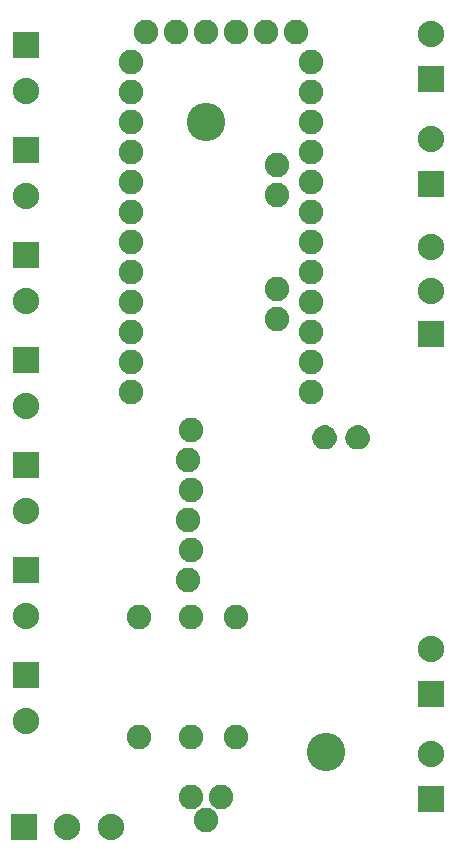
<source format=gbs>
G75*
%MOIN*%
%OFA0B0*%
%FSLAX24Y24*%
%IPPOS*%
%LPD*%
%AMOC8*
5,1,8,0,0,1.08239X$1,22.5*
%
%ADD10C,0.1280*%
%ADD11R,0.0880X0.0880*%
%ADD12C,0.0880*%
%ADD13C,0.0820*%
%ADD14C,0.0050*%
D10*
X011567Y004067D03*
X007567Y025067D03*
D11*
X001487Y001557D03*
X001557Y006627D03*
X001557Y010127D03*
X001557Y013627D03*
X001557Y017127D03*
X001557Y020627D03*
X001557Y024127D03*
X001557Y027627D03*
X015057Y026487D03*
X015057Y022987D03*
X015057Y017987D03*
X015057Y005987D03*
X015057Y002487D03*
D12*
X015057Y004005D03*
X015057Y007505D03*
X015057Y019435D03*
X015057Y020883D03*
X015057Y024505D03*
X015057Y028005D03*
X001557Y026109D03*
X001557Y022609D03*
X001557Y019109D03*
X001557Y015609D03*
X001557Y012109D03*
X001557Y008609D03*
X001557Y005109D03*
X002935Y001557D03*
X004383Y001557D03*
D13*
X005307Y004557D03*
X007057Y004557D03*
X007057Y002557D03*
X007557Y001807D03*
X008057Y002557D03*
X008557Y004557D03*
X008557Y008557D03*
X007057Y008557D03*
X006947Y009807D03*
X007047Y010807D03*
X006947Y011807D03*
X007047Y012807D03*
X006947Y013807D03*
X007047Y014807D03*
X005057Y016057D03*
X005057Y017057D03*
X005057Y018057D03*
X005057Y019057D03*
X005057Y020057D03*
X005057Y021057D03*
X005057Y022057D03*
X005057Y023057D03*
X005057Y024057D03*
X005057Y025057D03*
X005057Y026057D03*
X005057Y027057D03*
X005557Y028057D03*
X006557Y028057D03*
X007557Y028057D03*
X008557Y028057D03*
X009557Y028057D03*
X010557Y028057D03*
X011057Y027057D03*
X011057Y026057D03*
X011057Y025057D03*
X011057Y024057D03*
X011057Y023057D03*
X011057Y022057D03*
X011057Y021057D03*
X011057Y020057D03*
X011057Y019057D03*
X011057Y018057D03*
X011057Y017057D03*
X011057Y016057D03*
X009932Y018495D03*
X009932Y019495D03*
X009932Y022620D03*
X009932Y023620D03*
X005307Y008557D03*
D14*
X011137Y014478D02*
X011129Y014550D01*
X011134Y014616D01*
X011151Y014680D01*
X011178Y014741D01*
X011215Y014795D01*
X011261Y014843D01*
X011315Y014881D01*
X011375Y014910D01*
X011439Y014928D01*
X011504Y014934D01*
X011570Y014928D01*
X011634Y014910D01*
X011693Y014881D01*
X011747Y014842D01*
X011793Y014795D01*
X011830Y014740D01*
X011857Y014679D01*
X011874Y014615D01*
X011878Y014549D01*
X011870Y014477D01*
X011849Y014408D01*
X011814Y014345D01*
X011767Y014290D01*
X011711Y014244D01*
X011647Y014211D01*
X011577Y014191D01*
X011505Y014184D01*
X011433Y014190D01*
X011363Y014211D01*
X011298Y014244D01*
X011242Y014289D01*
X011195Y014345D01*
X011160Y014409D01*
X011137Y014478D01*
X011141Y014465D02*
X011867Y014465D01*
X011874Y014514D02*
X011133Y014514D01*
X011130Y014562D02*
X011877Y014562D01*
X011874Y014611D02*
X011134Y014611D01*
X011145Y014659D02*
X011862Y014659D01*
X011845Y014708D02*
X011163Y014708D01*
X011189Y014756D02*
X011819Y014756D01*
X011783Y014805D02*
X011225Y014805D01*
X011276Y014853D02*
X011731Y014853D01*
X011650Y014902D02*
X011358Y014902D01*
X011157Y014417D02*
X011851Y014417D01*
X011827Y014368D02*
X011182Y014368D01*
X011216Y014320D02*
X011793Y014320D01*
X011745Y014271D02*
X011264Y014271D01*
X011339Y014223D02*
X011670Y014223D01*
X012262Y014409D02*
X012239Y014478D01*
X012231Y014550D01*
X012236Y014616D01*
X012253Y014680D01*
X012280Y014741D01*
X012317Y014795D01*
X012363Y014843D01*
X012417Y014881D01*
X012477Y014910D01*
X012541Y014928D01*
X012606Y014934D01*
X012672Y014928D01*
X012736Y014910D01*
X012795Y014881D01*
X012849Y014842D01*
X012895Y014795D01*
X012932Y014740D01*
X012959Y014679D01*
X012976Y014615D01*
X012980Y014549D01*
X012972Y014477D01*
X012951Y014408D01*
X012916Y014345D01*
X012869Y014290D01*
X012813Y014244D01*
X012749Y014211D01*
X012679Y014191D01*
X012607Y014184D01*
X012535Y014190D01*
X012465Y014211D01*
X012400Y014244D01*
X012344Y014289D01*
X012297Y014345D01*
X012262Y014409D01*
X012259Y014417D02*
X012953Y014417D01*
X012969Y014465D02*
X012243Y014465D01*
X012235Y014514D02*
X012976Y014514D01*
X012979Y014562D02*
X012232Y014562D01*
X012236Y014611D02*
X012976Y014611D01*
X012964Y014659D02*
X012247Y014659D01*
X012265Y014708D02*
X012947Y014708D01*
X012921Y014756D02*
X012291Y014756D01*
X012327Y014805D02*
X012885Y014805D01*
X012833Y014853D02*
X012378Y014853D01*
X012460Y014902D02*
X012752Y014902D01*
X012929Y014368D02*
X012284Y014368D01*
X012318Y014320D02*
X012895Y014320D01*
X012847Y014271D02*
X012366Y014271D01*
X012441Y014223D02*
X012772Y014223D01*
M02*

</source>
